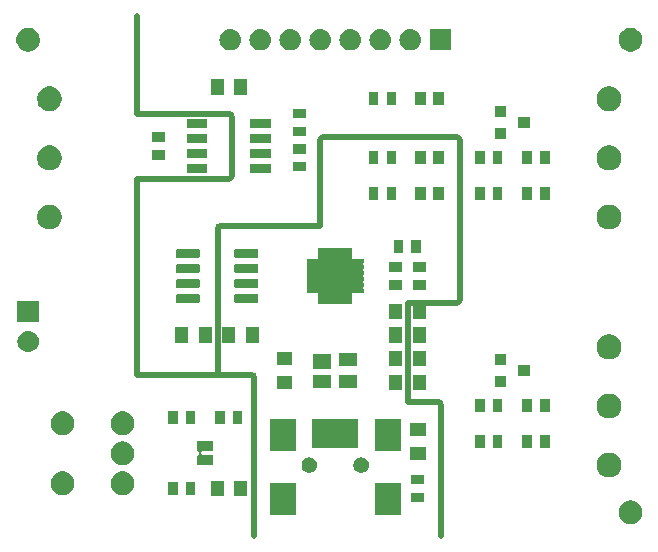
<source format=gts>
G04 #@! TF.GenerationSoftware,KiCad,Pcbnew,5.1.4-e60b266~84~ubuntu18.04.1*
G04 #@! TF.CreationDate,2019-11-14T17:11:49-08:00*
G04 #@! TF.ProjectId,VehicleAccessoryControllerTestBoard,56656869-636c-4654-9163-636573736f72,0.0*
G04 #@! TF.SameCoordinates,PX7829b80PY4c4b400*
G04 #@! TF.FileFunction,Soldermask,Top*
G04 #@! TF.FilePolarity,Negative*
%FSLAX46Y46*%
G04 Gerber Fmt 4.6, Leading zero omitted, Abs format (unit mm)*
G04 Created by KiCad (PCBNEW 5.1.4-e60b266~84~ubuntu18.04.1) date 2019-11-14 17:11:49*
%MOMM*%
%LPD*%
G04 APERTURE LIST*
%ADD10C,0.508000*%
%ADD11C,0.100000*%
G04 APERTURE END LIST*
D10*
X16046000Y-16000000D02*
G75*
G02X16300000Y-15746000I254000J0D01*
G01*
X36554000Y-22000000D02*
G75*
G02X36300000Y-22254000I-254000J0D01*
G01*
X34700000Y-30646000D02*
G75*
G02X34954000Y-30900000I0J-254000D01*
G01*
X18890000Y-28346000D02*
G75*
G02X19144000Y-28600000I0J-254000D01*
G01*
X17254000Y-11500000D02*
G75*
G02X17000000Y-11754000I-254000J0D01*
G01*
X17000000Y-6246000D02*
G75*
G02X17254000Y-6500000I0J-254000D01*
G01*
X36300000Y-8246000D02*
G75*
G02X36554000Y-8500000I0J-254000D01*
G01*
X24746000Y-8500000D02*
G75*
G02X25000000Y-8246000I254000J0D01*
G01*
X34955000Y-30900000D02*
X34955000Y-42000000D01*
X32155000Y-30645000D02*
X34700000Y-30645000D01*
X32155000Y-22250000D02*
X32155000Y-30645000D01*
X36300000Y-22250000D02*
X32155000Y-22250000D01*
X36554000Y-8500000D02*
X36555000Y-22000000D01*
X25000000Y-8245000D02*
X36300000Y-8245000D01*
X24745000Y-15745000D02*
X24745000Y-8500000D01*
X16300000Y-15745000D02*
X24745000Y-15745000D01*
X16045000Y-28345000D02*
X16046000Y-16000000D01*
X19145000Y-28600000D02*
X19145000Y-42000000D01*
X9255000Y-28345000D02*
X18890000Y-28345000D01*
X9255000Y-11755000D02*
X9255000Y-28345000D01*
X17000000Y-11755000D02*
X9255000Y-11755000D01*
X17254000Y-6500000D02*
X17254000Y-11500000D01*
X9255000Y-6245000D02*
X17000000Y-6245000D01*
X9255000Y2000000D02*
X9255000Y-6245000D01*
D11*
G36*
X51227290Y-39025619D02*
G01*
X51291689Y-39038429D01*
X51473678Y-39113811D01*
X51637463Y-39223249D01*
X51776751Y-39362537D01*
X51886189Y-39526322D01*
X51961571Y-39708311D01*
X52000000Y-39901509D01*
X52000000Y-40098491D01*
X51961571Y-40291689D01*
X51886189Y-40473678D01*
X51776751Y-40637463D01*
X51637463Y-40776751D01*
X51473678Y-40886189D01*
X51291689Y-40961571D01*
X51227290Y-40974381D01*
X51098493Y-41000000D01*
X50901507Y-41000000D01*
X50772710Y-40974381D01*
X50708311Y-40961571D01*
X50526322Y-40886189D01*
X50362537Y-40776751D01*
X50223249Y-40637463D01*
X50113811Y-40473678D01*
X50038429Y-40291689D01*
X50000000Y-40098491D01*
X50000000Y-39901509D01*
X50038429Y-39708311D01*
X50113811Y-39526322D01*
X50223249Y-39362537D01*
X50362537Y-39223249D01*
X50526322Y-39113811D01*
X50708311Y-39038429D01*
X50772710Y-39025619D01*
X50901507Y-39000000D01*
X51098493Y-39000000D01*
X51227290Y-39025619D01*
X51227290Y-39025619D01*
G37*
G36*
X31550000Y-40250000D02*
G01*
X29350000Y-40250000D01*
X29350000Y-37550000D01*
X31550000Y-37550000D01*
X31550000Y-40250000D01*
X31550000Y-40250000D01*
G37*
G36*
X22650000Y-40250000D02*
G01*
X20450000Y-40250000D01*
X20450000Y-37550000D01*
X22650000Y-37550000D01*
X22650000Y-40250000D01*
X22650000Y-40250000D01*
G37*
G36*
X33551000Y-39151000D02*
G01*
X32449000Y-39151000D01*
X32449000Y-38349000D01*
X33551000Y-38349000D01*
X33551000Y-39151000D01*
X33551000Y-39151000D01*
G37*
G36*
X16551000Y-38651000D02*
G01*
X15449000Y-38651000D01*
X15449000Y-37349000D01*
X16551000Y-37349000D01*
X16551000Y-38651000D01*
X16551000Y-38651000D01*
G37*
G36*
X18551000Y-38651000D02*
G01*
X17449000Y-38651000D01*
X17449000Y-37349000D01*
X18551000Y-37349000D01*
X18551000Y-38651000D01*
X18551000Y-38651000D01*
G37*
G36*
X14151000Y-38551000D02*
G01*
X13349000Y-38551000D01*
X13349000Y-37449000D01*
X14151000Y-37449000D01*
X14151000Y-38551000D01*
X14151000Y-38551000D01*
G37*
G36*
X12651000Y-38551000D02*
G01*
X11849000Y-38551000D01*
X11849000Y-37449000D01*
X12651000Y-37449000D01*
X12651000Y-38551000D01*
X12651000Y-38551000D01*
G37*
G36*
X8291981Y-36577468D02*
G01*
X8409105Y-36625983D01*
X8469502Y-36651000D01*
X8474151Y-36652926D01*
X8638100Y-36762473D01*
X8777527Y-36901900D01*
X8850165Y-37010611D01*
X8887075Y-37065851D01*
X8962532Y-37248020D01*
X9001000Y-37441409D01*
X9001000Y-37638591D01*
X8962532Y-37831981D01*
X8887074Y-38014151D01*
X8777527Y-38178100D01*
X8638100Y-38317527D01*
X8474151Y-38427074D01*
X8291981Y-38502532D01*
X8195285Y-38521766D01*
X8098591Y-38541000D01*
X7901409Y-38541000D01*
X7804715Y-38521766D01*
X7708019Y-38502532D01*
X7525849Y-38427074D01*
X7361900Y-38317527D01*
X7222473Y-38178100D01*
X7112926Y-38014151D01*
X7037468Y-37831981D01*
X6999000Y-37638591D01*
X6999000Y-37441409D01*
X7037468Y-37248020D01*
X7112925Y-37065851D01*
X7149835Y-37010611D01*
X7222473Y-36901900D01*
X7361900Y-36762473D01*
X7525849Y-36652926D01*
X7530499Y-36651000D01*
X7590895Y-36625983D01*
X7708019Y-36577468D01*
X7901409Y-36539000D01*
X8098591Y-36539000D01*
X8291981Y-36577468D01*
X8291981Y-36577468D01*
G37*
G36*
X3211981Y-36577468D02*
G01*
X3329105Y-36625983D01*
X3389502Y-36651000D01*
X3394151Y-36652926D01*
X3558100Y-36762473D01*
X3697527Y-36901900D01*
X3770165Y-37010611D01*
X3807075Y-37065851D01*
X3882532Y-37248020D01*
X3921000Y-37441409D01*
X3921000Y-37638591D01*
X3882532Y-37831981D01*
X3807074Y-38014151D01*
X3697527Y-38178100D01*
X3558100Y-38317527D01*
X3394151Y-38427074D01*
X3211981Y-38502532D01*
X3115285Y-38521766D01*
X3018591Y-38541000D01*
X2821409Y-38541000D01*
X2724715Y-38521766D01*
X2628019Y-38502532D01*
X2445849Y-38427074D01*
X2281900Y-38317527D01*
X2142473Y-38178100D01*
X2032926Y-38014151D01*
X1957468Y-37831981D01*
X1919000Y-37638591D01*
X1919000Y-37441409D01*
X1957468Y-37248020D01*
X2032925Y-37065851D01*
X2069835Y-37010611D01*
X2142473Y-36901900D01*
X2281900Y-36762473D01*
X2445849Y-36652926D01*
X2450499Y-36651000D01*
X2510895Y-36625983D01*
X2628019Y-36577468D01*
X2821409Y-36539000D01*
X3018591Y-36539000D01*
X3211981Y-36577468D01*
X3211981Y-36577468D01*
G37*
G36*
X33551000Y-37651000D02*
G01*
X32449000Y-37651000D01*
X32449000Y-36849000D01*
X33551000Y-36849000D01*
X33551000Y-37651000D01*
X33551000Y-37651000D01*
G37*
G36*
X49496564Y-34989389D02*
G01*
X49687833Y-35068615D01*
X49687835Y-35068616D01*
X49859973Y-35183635D01*
X50006365Y-35330027D01*
X50102666Y-35474151D01*
X50121385Y-35502167D01*
X50200611Y-35693436D01*
X50241000Y-35896484D01*
X50241000Y-36103516D01*
X50200611Y-36306564D01*
X50199866Y-36308362D01*
X50121384Y-36497835D01*
X50006365Y-36669973D01*
X49859973Y-36816365D01*
X49687835Y-36931384D01*
X49687834Y-36931385D01*
X49687833Y-36931385D01*
X49496564Y-37010611D01*
X49293516Y-37051000D01*
X49086484Y-37051000D01*
X48883436Y-37010611D01*
X48692167Y-36931385D01*
X48692166Y-36931385D01*
X48692165Y-36931384D01*
X48520027Y-36816365D01*
X48373635Y-36669973D01*
X48258616Y-36497835D01*
X48180134Y-36308362D01*
X48179389Y-36306564D01*
X48139000Y-36103516D01*
X48139000Y-35896484D01*
X48179389Y-35693436D01*
X48258615Y-35502167D01*
X48277335Y-35474151D01*
X48373635Y-35330027D01*
X48520027Y-35183635D01*
X48692165Y-35068616D01*
X48692167Y-35068615D01*
X48883436Y-34989389D01*
X49086484Y-34949000D01*
X49293516Y-34949000D01*
X49496564Y-34989389D01*
X49496564Y-34989389D01*
G37*
G36*
X28389890Y-35374017D02*
G01*
X28508364Y-35423091D01*
X28614988Y-35494335D01*
X28705665Y-35585012D01*
X28741137Y-35638099D01*
X28776910Y-35691638D01*
X28825983Y-35810110D01*
X28851000Y-35935881D01*
X28851000Y-36064119D01*
X28825983Y-36189890D01*
X28776909Y-36308364D01*
X28705665Y-36414988D01*
X28614988Y-36505665D01*
X28508364Y-36576909D01*
X28508363Y-36576910D01*
X28508362Y-36576910D01*
X28389890Y-36625983D01*
X28264119Y-36651000D01*
X28135881Y-36651000D01*
X28010110Y-36625983D01*
X27891638Y-36576910D01*
X27891637Y-36576910D01*
X27891636Y-36576909D01*
X27785012Y-36505665D01*
X27694335Y-36414988D01*
X27623091Y-36308364D01*
X27574017Y-36189890D01*
X27549000Y-36064119D01*
X27549000Y-35935881D01*
X27574017Y-35810110D01*
X27623090Y-35691638D01*
X27658864Y-35638099D01*
X27694335Y-35585012D01*
X27785012Y-35494335D01*
X27891636Y-35423091D01*
X28010110Y-35374017D01*
X28135881Y-35349000D01*
X28264119Y-35349000D01*
X28389890Y-35374017D01*
X28389890Y-35374017D01*
G37*
G36*
X23989890Y-35374017D02*
G01*
X24108364Y-35423091D01*
X24214988Y-35494335D01*
X24305665Y-35585012D01*
X24341137Y-35638099D01*
X24376910Y-35691638D01*
X24425983Y-35810110D01*
X24451000Y-35935881D01*
X24451000Y-36064119D01*
X24425983Y-36189890D01*
X24376909Y-36308364D01*
X24305665Y-36414988D01*
X24214988Y-36505665D01*
X24108364Y-36576909D01*
X24108363Y-36576910D01*
X24108362Y-36576910D01*
X23989890Y-36625983D01*
X23864119Y-36651000D01*
X23735881Y-36651000D01*
X23610110Y-36625983D01*
X23491638Y-36576910D01*
X23491637Y-36576910D01*
X23491636Y-36576909D01*
X23385012Y-36505665D01*
X23294335Y-36414988D01*
X23223091Y-36308364D01*
X23174017Y-36189890D01*
X23149000Y-36064119D01*
X23149000Y-35935881D01*
X23174017Y-35810110D01*
X23223090Y-35691638D01*
X23258864Y-35638099D01*
X23294335Y-35585012D01*
X23385012Y-35494335D01*
X23491636Y-35423091D01*
X23610110Y-35374017D01*
X23735881Y-35349000D01*
X23864119Y-35349000D01*
X23989890Y-35374017D01*
X23989890Y-35374017D01*
G37*
G36*
X8195285Y-34018234D02*
G01*
X8291981Y-34037468D01*
X8474151Y-34112926D01*
X8638100Y-34222473D01*
X8777527Y-34361900D01*
X8835725Y-34449000D01*
X8887075Y-34525851D01*
X8962532Y-34708020D01*
X9001000Y-34901409D01*
X9001000Y-35098591D01*
X8996418Y-35121626D01*
X8962532Y-35291981D01*
X8887074Y-35474151D01*
X8777527Y-35638100D01*
X8638100Y-35777527D01*
X8474151Y-35887074D01*
X8474150Y-35887075D01*
X8474149Y-35887075D01*
X8451429Y-35896486D01*
X8291981Y-35962532D01*
X8195285Y-35981766D01*
X8098591Y-36001000D01*
X7901409Y-36001000D01*
X7804715Y-35981766D01*
X7708019Y-35962532D01*
X7548571Y-35896486D01*
X7525851Y-35887075D01*
X7525850Y-35887075D01*
X7525849Y-35887074D01*
X7361900Y-35777527D01*
X7222473Y-35638100D01*
X7112926Y-35474151D01*
X7037468Y-35291981D01*
X7003582Y-35121626D01*
X6999000Y-35098591D01*
X6999000Y-34901409D01*
X7037468Y-34708020D01*
X7112925Y-34525851D01*
X7164275Y-34449000D01*
X7222473Y-34361900D01*
X7361900Y-34222473D01*
X7525849Y-34112926D01*
X7708019Y-34037468D01*
X7804715Y-34018234D01*
X7901409Y-33999000D01*
X8098591Y-33999000D01*
X8195285Y-34018234D01*
X8195285Y-34018234D01*
G37*
G36*
X15690000Y-34850000D02*
G01*
X14763539Y-34850000D01*
X14739153Y-34852402D01*
X14715704Y-34859515D01*
X14694093Y-34871066D01*
X14675151Y-34886611D01*
X14659606Y-34905553D01*
X14648055Y-34927164D01*
X14640942Y-34950613D01*
X14638540Y-34974999D01*
X14640942Y-34999385D01*
X14648055Y-35022834D01*
X14659606Y-35044445D01*
X14668025Y-35054704D01*
X14667717Y-35054957D01*
X14681774Y-35072086D01*
X14688102Y-35083924D01*
X14701716Y-35104299D01*
X14719043Y-35121626D01*
X14739417Y-35135240D01*
X14762056Y-35144617D01*
X14786089Y-35149398D01*
X14798342Y-35150000D01*
X15690000Y-35150000D01*
X15690000Y-36000000D01*
X14720510Y-36000000D01*
X14709387Y-35996626D01*
X14685001Y-35994224D01*
X14653186Y-35998943D01*
X14649805Y-35999276D01*
X14649802Y-35999277D01*
X14640000Y-36000242D01*
X14633859Y-36000847D01*
X14366141Y-36000847D01*
X14350198Y-35999277D01*
X14340775Y-35996419D01*
X14336669Y-35994224D01*
X14332087Y-35991775D01*
X14332086Y-35991774D01*
X14332084Y-35991773D01*
X14324473Y-35985527D01*
X14318227Y-35977916D01*
X14313581Y-35969225D01*
X14310723Y-35959802D01*
X14309153Y-35943859D01*
X14309153Y-35246141D01*
X14310723Y-35230198D01*
X14313581Y-35220775D01*
X14318227Y-35212084D01*
X14328383Y-35199709D01*
X14464046Y-35064046D01*
X14463692Y-35063692D01*
X14473086Y-35054298D01*
X14486700Y-35033924D01*
X14496077Y-35011285D01*
X14500858Y-34987252D01*
X14500858Y-34962747D01*
X14496078Y-34938714D01*
X14486700Y-34916075D01*
X14473087Y-34895701D01*
X14455760Y-34878374D01*
X14435386Y-34864760D01*
X14412747Y-34855383D01*
X14388714Y-34850602D01*
X14376461Y-34850000D01*
X14310000Y-34850000D01*
X14310000Y-34000000D01*
X15690000Y-34000000D01*
X15690000Y-34850000D01*
X15690000Y-34850000D01*
G37*
G36*
X33651000Y-35551000D02*
G01*
X32349000Y-35551000D01*
X32349000Y-34449000D01*
X33651000Y-34449000D01*
X33651000Y-35551000D01*
X33651000Y-35551000D01*
G37*
G36*
X31550000Y-34800000D02*
G01*
X29350000Y-34800000D01*
X29350000Y-32100000D01*
X31550000Y-32100000D01*
X31550000Y-34800000D01*
X31550000Y-34800000D01*
G37*
G36*
X22650000Y-34800000D02*
G01*
X20450000Y-34800000D01*
X20450000Y-32100000D01*
X22650000Y-32100000D01*
X22650000Y-34800000D01*
X22650000Y-34800000D01*
G37*
G36*
X38651000Y-34551000D02*
G01*
X37849000Y-34551000D01*
X37849000Y-33449000D01*
X38651000Y-33449000D01*
X38651000Y-34551000D01*
X38651000Y-34551000D01*
G37*
G36*
X42651000Y-34551000D02*
G01*
X41849000Y-34551000D01*
X41849000Y-33449000D01*
X42651000Y-33449000D01*
X42651000Y-34551000D01*
X42651000Y-34551000D01*
G37*
G36*
X44151000Y-34551000D02*
G01*
X43349000Y-34551000D01*
X43349000Y-33449000D01*
X44151000Y-33449000D01*
X44151000Y-34551000D01*
X44151000Y-34551000D01*
G37*
G36*
X40151000Y-34551000D02*
G01*
X39349000Y-34551000D01*
X39349000Y-33449000D01*
X40151000Y-33449000D01*
X40151000Y-34551000D01*
X40151000Y-34551000D01*
G37*
G36*
X27950000Y-34550000D02*
G01*
X24050000Y-34550000D01*
X24050000Y-32100000D01*
X27950000Y-32100000D01*
X27950000Y-34550000D01*
X27950000Y-34550000D01*
G37*
G36*
X33651000Y-33551000D02*
G01*
X32349000Y-33551000D01*
X32349000Y-32449000D01*
X33651000Y-32449000D01*
X33651000Y-33551000D01*
X33651000Y-33551000D01*
G37*
G36*
X8291981Y-31497468D02*
G01*
X8474151Y-31572926D01*
X8638100Y-31682473D01*
X8777527Y-31821900D01*
X8850682Y-31931385D01*
X8887075Y-31985851D01*
X8897331Y-32010611D01*
X8962532Y-32168019D01*
X9001000Y-32361410D01*
X9001000Y-32558590D01*
X8962532Y-32751981D01*
X8887074Y-32934151D01*
X8777527Y-33098100D01*
X8638100Y-33237527D01*
X8474151Y-33347074D01*
X8291981Y-33422532D01*
X8195285Y-33441766D01*
X8098591Y-33461000D01*
X7901409Y-33461000D01*
X7804715Y-33441766D01*
X7708019Y-33422532D01*
X7525849Y-33347074D01*
X7361900Y-33237527D01*
X7222473Y-33098100D01*
X7112926Y-32934151D01*
X7037468Y-32751981D01*
X6999000Y-32558590D01*
X6999000Y-32361410D01*
X7037468Y-32168019D01*
X7102669Y-32010611D01*
X7112925Y-31985851D01*
X7149318Y-31931385D01*
X7222473Y-31821900D01*
X7361900Y-31682473D01*
X7525849Y-31572926D01*
X7708019Y-31497468D01*
X7901409Y-31459000D01*
X8098591Y-31459000D01*
X8291981Y-31497468D01*
X8291981Y-31497468D01*
G37*
G36*
X3211981Y-31497468D02*
G01*
X3394151Y-31572926D01*
X3558100Y-31682473D01*
X3697527Y-31821900D01*
X3770682Y-31931385D01*
X3807075Y-31985851D01*
X3817331Y-32010611D01*
X3882532Y-32168019D01*
X3921000Y-32361410D01*
X3921000Y-32558590D01*
X3882532Y-32751981D01*
X3807074Y-32934151D01*
X3697527Y-33098100D01*
X3558100Y-33237527D01*
X3394151Y-33347074D01*
X3211981Y-33422532D01*
X3115285Y-33441766D01*
X3018591Y-33461000D01*
X2821409Y-33461000D01*
X2724715Y-33441766D01*
X2628019Y-33422532D01*
X2445849Y-33347074D01*
X2281900Y-33237527D01*
X2142473Y-33098100D01*
X2032926Y-32934151D01*
X1957468Y-32751981D01*
X1919000Y-32558590D01*
X1919000Y-32361410D01*
X1957468Y-32168019D01*
X2022669Y-32010611D01*
X2032925Y-31985851D01*
X2069318Y-31931385D01*
X2142473Y-31821900D01*
X2281900Y-31682473D01*
X2445849Y-31572926D01*
X2628019Y-31497468D01*
X2821409Y-31459000D01*
X3018591Y-31459000D01*
X3211981Y-31497468D01*
X3211981Y-31497468D01*
G37*
G36*
X18151000Y-32551000D02*
G01*
X17349000Y-32551000D01*
X17349000Y-31449000D01*
X18151000Y-31449000D01*
X18151000Y-32551000D01*
X18151000Y-32551000D01*
G37*
G36*
X16651000Y-32551000D02*
G01*
X15849000Y-32551000D01*
X15849000Y-31449000D01*
X16651000Y-31449000D01*
X16651000Y-32551000D01*
X16651000Y-32551000D01*
G37*
G36*
X12651000Y-32551000D02*
G01*
X11849000Y-32551000D01*
X11849000Y-31449000D01*
X12651000Y-31449000D01*
X12651000Y-32551000D01*
X12651000Y-32551000D01*
G37*
G36*
X14151000Y-32551000D02*
G01*
X13349000Y-32551000D01*
X13349000Y-31449000D01*
X14151000Y-31449000D01*
X14151000Y-32551000D01*
X14151000Y-32551000D01*
G37*
G36*
X49496564Y-29989389D02*
G01*
X49687833Y-30068615D01*
X49687835Y-30068616D01*
X49859973Y-30183635D01*
X50006365Y-30330027D01*
X50121385Y-30502167D01*
X50200611Y-30693436D01*
X50241000Y-30896484D01*
X50241000Y-31103516D01*
X50200611Y-31306564D01*
X50141612Y-31449000D01*
X50121384Y-31497835D01*
X50006365Y-31669973D01*
X49859973Y-31816365D01*
X49687835Y-31931384D01*
X49687834Y-31931385D01*
X49687833Y-31931385D01*
X49496564Y-32010611D01*
X49293516Y-32051000D01*
X49086484Y-32051000D01*
X48883436Y-32010611D01*
X48692167Y-31931385D01*
X48692166Y-31931385D01*
X48692165Y-31931384D01*
X48520027Y-31816365D01*
X48373635Y-31669973D01*
X48258616Y-31497835D01*
X48238388Y-31449000D01*
X48179389Y-31306564D01*
X48139000Y-31103516D01*
X48139000Y-30896484D01*
X48179389Y-30693436D01*
X48258615Y-30502167D01*
X48373635Y-30330027D01*
X48520027Y-30183635D01*
X48692165Y-30068616D01*
X48692167Y-30068615D01*
X48883436Y-29989389D01*
X49086484Y-29949000D01*
X49293516Y-29949000D01*
X49496564Y-29989389D01*
X49496564Y-29989389D01*
G37*
G36*
X44151000Y-31551000D02*
G01*
X43349000Y-31551000D01*
X43349000Y-30449000D01*
X44151000Y-30449000D01*
X44151000Y-31551000D01*
X44151000Y-31551000D01*
G37*
G36*
X40151000Y-31551000D02*
G01*
X39349000Y-31551000D01*
X39349000Y-30449000D01*
X40151000Y-30449000D01*
X40151000Y-31551000D01*
X40151000Y-31551000D01*
G37*
G36*
X38651000Y-31551000D02*
G01*
X37849000Y-31551000D01*
X37849000Y-30449000D01*
X38651000Y-30449000D01*
X38651000Y-31551000D01*
X38651000Y-31551000D01*
G37*
G36*
X42651000Y-31551000D02*
G01*
X41849000Y-31551000D01*
X41849000Y-30449000D01*
X42651000Y-30449000D01*
X42651000Y-31551000D01*
X42651000Y-31551000D01*
G37*
G36*
X31651000Y-29651000D02*
G01*
X30549000Y-29651000D01*
X30549000Y-28349000D01*
X31651000Y-28349000D01*
X31651000Y-29651000D01*
X31651000Y-29651000D01*
G37*
G36*
X33651000Y-29651000D02*
G01*
X32549000Y-29651000D01*
X32549000Y-28349000D01*
X33651000Y-28349000D01*
X33651000Y-29651000D01*
X33651000Y-29651000D01*
G37*
G36*
X22351000Y-29551000D02*
G01*
X21049000Y-29551000D01*
X21049000Y-28449000D01*
X22351000Y-28449000D01*
X22351000Y-29551000D01*
X22351000Y-29551000D01*
G37*
G36*
X27851000Y-29501000D02*
G01*
X26349000Y-29501000D01*
X26349000Y-28399000D01*
X27851000Y-28399000D01*
X27851000Y-29501000D01*
X27851000Y-29501000D01*
G37*
G36*
X25651000Y-29501000D02*
G01*
X24149000Y-29501000D01*
X24149000Y-28399000D01*
X25651000Y-28399000D01*
X25651000Y-29501000D01*
X25651000Y-29501000D01*
G37*
G36*
X40501000Y-29401000D02*
G01*
X39499000Y-29401000D01*
X39499000Y-28499000D01*
X40501000Y-28499000D01*
X40501000Y-29401000D01*
X40501000Y-29401000D01*
G37*
G36*
X42501000Y-28451000D02*
G01*
X41499000Y-28451000D01*
X41499000Y-27549000D01*
X42501000Y-27549000D01*
X42501000Y-28451000D01*
X42501000Y-28451000D01*
G37*
G36*
X25651000Y-27881000D02*
G01*
X24149000Y-27881000D01*
X24149000Y-26579000D01*
X25651000Y-26579000D01*
X25651000Y-27881000D01*
X25651000Y-27881000D01*
G37*
G36*
X33651000Y-27651000D02*
G01*
X32549000Y-27651000D01*
X32549000Y-26349000D01*
X33651000Y-26349000D01*
X33651000Y-27651000D01*
X33651000Y-27651000D01*
G37*
G36*
X31651000Y-27651000D02*
G01*
X30549000Y-27651000D01*
X30549000Y-26349000D01*
X31651000Y-26349000D01*
X31651000Y-27651000D01*
X31651000Y-27651000D01*
G37*
G36*
X27851000Y-27601000D02*
G01*
X26349000Y-27601000D01*
X26349000Y-26499000D01*
X27851000Y-26499000D01*
X27851000Y-27601000D01*
X27851000Y-27601000D01*
G37*
G36*
X22351000Y-27551000D02*
G01*
X21049000Y-27551000D01*
X21049000Y-26449000D01*
X22351000Y-26449000D01*
X22351000Y-27551000D01*
X22351000Y-27551000D01*
G37*
G36*
X40501000Y-27501000D02*
G01*
X39499000Y-27501000D01*
X39499000Y-26599000D01*
X40501000Y-26599000D01*
X40501000Y-27501000D01*
X40501000Y-27501000D01*
G37*
G36*
X49496564Y-24989389D02*
G01*
X49687833Y-25068615D01*
X49687835Y-25068616D01*
X49859973Y-25183635D01*
X50006365Y-25330027D01*
X50121385Y-25502167D01*
X50200611Y-25693436D01*
X50241000Y-25896484D01*
X50241000Y-26103516D01*
X50200611Y-26306564D01*
X50171666Y-26376443D01*
X50121384Y-26497835D01*
X50006365Y-26669973D01*
X49859973Y-26816365D01*
X49687835Y-26931384D01*
X49687834Y-26931385D01*
X49687833Y-26931385D01*
X49496564Y-27010611D01*
X49293516Y-27051000D01*
X49086484Y-27051000D01*
X48883436Y-27010611D01*
X48692167Y-26931385D01*
X48692166Y-26931385D01*
X48692165Y-26931384D01*
X48520027Y-26816365D01*
X48373635Y-26669973D01*
X48258616Y-26497835D01*
X48208334Y-26376443D01*
X48179389Y-26306564D01*
X48139000Y-26103516D01*
X48139000Y-25896484D01*
X48179389Y-25693436D01*
X48258615Y-25502167D01*
X48373635Y-25330027D01*
X48520027Y-25183635D01*
X48692165Y-25068616D01*
X48692167Y-25068615D01*
X48883436Y-24989389D01*
X49086484Y-24949000D01*
X49293516Y-24949000D01*
X49496564Y-24989389D01*
X49496564Y-24989389D01*
G37*
G36*
X110442Y-24645518D02*
G01*
X176627Y-24652037D01*
X346466Y-24703557D01*
X502991Y-24787222D01*
X538729Y-24816552D01*
X640186Y-24899814D01*
X713697Y-24989389D01*
X752778Y-25037009D01*
X836443Y-25193534D01*
X887963Y-25363373D01*
X905359Y-25540000D01*
X887963Y-25716627D01*
X836443Y-25886466D01*
X752778Y-26042991D01*
X723448Y-26078729D01*
X640186Y-26180186D01*
X538729Y-26263448D01*
X502991Y-26292778D01*
X346466Y-26376443D01*
X176627Y-26427963D01*
X110443Y-26434481D01*
X44260Y-26441000D01*
X-44260Y-26441000D01*
X-110443Y-26434481D01*
X-176627Y-26427963D01*
X-346466Y-26376443D01*
X-502991Y-26292778D01*
X-538729Y-26263448D01*
X-640186Y-26180186D01*
X-723448Y-26078729D01*
X-752778Y-26042991D01*
X-836443Y-25886466D01*
X-887963Y-25716627D01*
X-905359Y-25540000D01*
X-887963Y-25363373D01*
X-836443Y-25193534D01*
X-752778Y-25037009D01*
X-713697Y-24989389D01*
X-640186Y-24899814D01*
X-538729Y-24816552D01*
X-502991Y-24787222D01*
X-346466Y-24703557D01*
X-176627Y-24652037D01*
X-110443Y-24645519D01*
X-44260Y-24639000D01*
X44260Y-24639000D01*
X110442Y-24645518D01*
X110442Y-24645518D01*
G37*
G36*
X13551000Y-25651000D02*
G01*
X12449000Y-25651000D01*
X12449000Y-24349000D01*
X13551000Y-24349000D01*
X13551000Y-25651000D01*
X13551000Y-25651000D01*
G37*
G36*
X31651000Y-25651000D02*
G01*
X30549000Y-25651000D01*
X30549000Y-24349000D01*
X31651000Y-24349000D01*
X31651000Y-25651000D01*
X31651000Y-25651000D01*
G37*
G36*
X33651000Y-25651000D02*
G01*
X32549000Y-25651000D01*
X32549000Y-24349000D01*
X33651000Y-24349000D01*
X33651000Y-25651000D01*
X33651000Y-25651000D01*
G37*
G36*
X17551000Y-25651000D02*
G01*
X16449000Y-25651000D01*
X16449000Y-24349000D01*
X17551000Y-24349000D01*
X17551000Y-25651000D01*
X17551000Y-25651000D01*
G37*
G36*
X19551000Y-25651000D02*
G01*
X18449000Y-25651000D01*
X18449000Y-24349000D01*
X19551000Y-24349000D01*
X19551000Y-25651000D01*
X19551000Y-25651000D01*
G37*
G36*
X15551000Y-25651000D02*
G01*
X14449000Y-25651000D01*
X14449000Y-24349000D01*
X15551000Y-24349000D01*
X15551000Y-25651000D01*
X15551000Y-25651000D01*
G37*
G36*
X901000Y-23901000D02*
G01*
X-901000Y-23901000D01*
X-901000Y-22099000D01*
X901000Y-22099000D01*
X901000Y-23901000D01*
X901000Y-23901000D01*
G37*
G36*
X31651000Y-23651000D02*
G01*
X30549000Y-23651000D01*
X30549000Y-22349000D01*
X31651000Y-22349000D01*
X31651000Y-23651000D01*
X31651000Y-23651000D01*
G37*
G36*
X33651000Y-23651000D02*
G01*
X32549000Y-23651000D01*
X32549000Y-22349000D01*
X33651000Y-22349000D01*
X33651000Y-23651000D01*
X33651000Y-23651000D01*
G37*
G36*
X24905355Y-17600083D02*
G01*
X24910029Y-17601501D01*
X24914330Y-17603800D01*
X24920702Y-17609029D01*
X24941076Y-17622643D01*
X24963715Y-17632020D01*
X24987749Y-17636800D01*
X25012253Y-17636800D01*
X25036286Y-17632019D01*
X25058925Y-17622642D01*
X25079298Y-17609029D01*
X25085670Y-17603800D01*
X25089971Y-17601501D01*
X25094645Y-17600083D01*
X25105641Y-17599000D01*
X25394359Y-17599000D01*
X25405355Y-17600083D01*
X25410029Y-17601501D01*
X25414330Y-17603800D01*
X25420702Y-17609029D01*
X25441076Y-17622643D01*
X25463715Y-17632020D01*
X25487749Y-17636800D01*
X25512253Y-17636800D01*
X25536286Y-17632019D01*
X25558925Y-17622642D01*
X25579298Y-17609029D01*
X25585670Y-17603800D01*
X25589971Y-17601501D01*
X25594645Y-17600083D01*
X25605641Y-17599000D01*
X25894359Y-17599000D01*
X25905355Y-17600083D01*
X25910029Y-17601501D01*
X25914330Y-17603800D01*
X25920702Y-17609029D01*
X25941076Y-17622643D01*
X25963715Y-17632020D01*
X25987749Y-17636800D01*
X26012253Y-17636800D01*
X26036286Y-17632019D01*
X26058925Y-17622642D01*
X26079298Y-17609029D01*
X26085670Y-17603800D01*
X26089971Y-17601501D01*
X26094645Y-17600083D01*
X26105641Y-17599000D01*
X26394359Y-17599000D01*
X26405355Y-17600083D01*
X26410029Y-17601501D01*
X26414330Y-17603800D01*
X26420702Y-17609029D01*
X26441076Y-17622643D01*
X26463715Y-17632020D01*
X26487749Y-17636800D01*
X26512253Y-17636800D01*
X26536286Y-17632019D01*
X26558925Y-17622642D01*
X26579298Y-17609029D01*
X26585670Y-17603800D01*
X26589971Y-17601501D01*
X26594645Y-17600083D01*
X26605641Y-17599000D01*
X26894359Y-17599000D01*
X26905355Y-17600083D01*
X26910029Y-17601501D01*
X26914330Y-17603800D01*
X26920702Y-17609029D01*
X26941076Y-17622643D01*
X26963715Y-17632020D01*
X26987749Y-17636800D01*
X27012253Y-17636800D01*
X27036286Y-17632019D01*
X27058925Y-17622642D01*
X27079298Y-17609029D01*
X27085670Y-17603800D01*
X27089971Y-17601501D01*
X27094645Y-17600083D01*
X27105641Y-17599000D01*
X27394359Y-17599000D01*
X27405355Y-17600083D01*
X27410029Y-17601501D01*
X27414331Y-17603800D01*
X27418104Y-17606896D01*
X27421200Y-17610669D01*
X27423499Y-17614971D01*
X27424917Y-17619645D01*
X27426000Y-17630641D01*
X27426000Y-18449001D01*
X27428402Y-18473387D01*
X27435515Y-18496836D01*
X27447066Y-18518447D01*
X27462611Y-18537389D01*
X27481553Y-18552934D01*
X27503164Y-18564485D01*
X27526613Y-18571598D01*
X27550999Y-18574000D01*
X28369359Y-18574000D01*
X28380355Y-18575083D01*
X28385029Y-18576501D01*
X28389331Y-18578800D01*
X28393104Y-18581896D01*
X28396200Y-18585669D01*
X28398499Y-18589971D01*
X28399917Y-18594645D01*
X28401000Y-18605641D01*
X28401000Y-18894359D01*
X28399917Y-18905355D01*
X28398499Y-18910029D01*
X28396200Y-18914330D01*
X28390971Y-18920702D01*
X28377357Y-18941076D01*
X28367980Y-18963715D01*
X28363200Y-18987749D01*
X28363200Y-19012253D01*
X28367981Y-19036286D01*
X28377358Y-19058925D01*
X28390971Y-19079298D01*
X28396200Y-19085670D01*
X28398499Y-19089971D01*
X28399917Y-19094645D01*
X28401000Y-19105641D01*
X28401000Y-19394359D01*
X28399917Y-19405355D01*
X28398499Y-19410029D01*
X28396200Y-19414330D01*
X28390971Y-19420702D01*
X28377357Y-19441076D01*
X28367980Y-19463715D01*
X28363200Y-19487749D01*
X28363200Y-19512253D01*
X28367981Y-19536286D01*
X28377358Y-19558925D01*
X28390971Y-19579298D01*
X28396200Y-19585670D01*
X28398499Y-19589971D01*
X28399917Y-19594645D01*
X28401000Y-19605641D01*
X28401000Y-19894359D01*
X28399917Y-19905355D01*
X28398499Y-19910029D01*
X28396200Y-19914330D01*
X28390971Y-19920702D01*
X28377357Y-19941076D01*
X28367980Y-19963715D01*
X28363200Y-19987749D01*
X28363200Y-20012253D01*
X28367981Y-20036286D01*
X28377358Y-20058925D01*
X28390971Y-20079298D01*
X28396200Y-20085670D01*
X28398499Y-20089971D01*
X28399917Y-20094645D01*
X28401000Y-20105641D01*
X28401000Y-20394359D01*
X28399917Y-20405355D01*
X28398499Y-20410029D01*
X28396200Y-20414330D01*
X28390971Y-20420702D01*
X28377357Y-20441076D01*
X28367980Y-20463715D01*
X28363200Y-20487749D01*
X28363200Y-20512253D01*
X28367981Y-20536286D01*
X28377358Y-20558925D01*
X28390971Y-20579298D01*
X28396200Y-20585670D01*
X28398499Y-20589971D01*
X28399917Y-20594645D01*
X28401000Y-20605641D01*
X28401000Y-20894359D01*
X28399917Y-20905355D01*
X28398499Y-20910029D01*
X28396200Y-20914330D01*
X28390971Y-20920702D01*
X28377357Y-20941076D01*
X28367980Y-20963715D01*
X28363200Y-20987749D01*
X28363200Y-21012253D01*
X28367981Y-21036286D01*
X28377358Y-21058925D01*
X28390971Y-21079298D01*
X28396200Y-21085670D01*
X28398499Y-21089971D01*
X28399917Y-21094645D01*
X28401000Y-21105641D01*
X28401000Y-21394359D01*
X28399917Y-21405355D01*
X28398499Y-21410029D01*
X28396200Y-21414331D01*
X28393104Y-21418104D01*
X28389331Y-21421200D01*
X28385029Y-21423499D01*
X28380355Y-21424917D01*
X28369359Y-21426000D01*
X27550999Y-21426000D01*
X27526613Y-21428402D01*
X27503164Y-21435515D01*
X27481553Y-21447066D01*
X27462611Y-21462611D01*
X27447066Y-21481553D01*
X27435515Y-21503164D01*
X27428402Y-21526613D01*
X27426000Y-21550999D01*
X27426000Y-22369359D01*
X27424917Y-22380355D01*
X27423499Y-22385029D01*
X27421200Y-22389331D01*
X27418104Y-22393104D01*
X27414331Y-22396200D01*
X27410029Y-22398499D01*
X27405355Y-22399917D01*
X27394359Y-22401000D01*
X27105641Y-22401000D01*
X27094645Y-22399917D01*
X27089971Y-22398499D01*
X27085670Y-22396200D01*
X27079298Y-22390971D01*
X27058924Y-22377357D01*
X27036285Y-22367980D01*
X27012251Y-22363200D01*
X26987747Y-22363200D01*
X26963714Y-22367981D01*
X26941075Y-22377358D01*
X26920702Y-22390971D01*
X26914330Y-22396200D01*
X26910029Y-22398499D01*
X26905355Y-22399917D01*
X26894359Y-22401000D01*
X26605641Y-22401000D01*
X26594645Y-22399917D01*
X26589971Y-22398499D01*
X26585670Y-22396200D01*
X26579298Y-22390971D01*
X26558924Y-22377357D01*
X26536285Y-22367980D01*
X26512251Y-22363200D01*
X26487747Y-22363200D01*
X26463714Y-22367981D01*
X26441075Y-22377358D01*
X26420702Y-22390971D01*
X26414330Y-22396200D01*
X26410029Y-22398499D01*
X26405355Y-22399917D01*
X26394359Y-22401000D01*
X26105641Y-22401000D01*
X26094645Y-22399917D01*
X26089971Y-22398499D01*
X26085670Y-22396200D01*
X26079298Y-22390971D01*
X26058924Y-22377357D01*
X26036285Y-22367980D01*
X26012251Y-22363200D01*
X25987747Y-22363200D01*
X25963714Y-22367981D01*
X25941075Y-22377358D01*
X25920702Y-22390971D01*
X25914330Y-22396200D01*
X25910029Y-22398499D01*
X25905355Y-22399917D01*
X25894359Y-22401000D01*
X25605641Y-22401000D01*
X25594645Y-22399917D01*
X25589971Y-22398499D01*
X25585670Y-22396200D01*
X25579298Y-22390971D01*
X25558924Y-22377357D01*
X25536285Y-22367980D01*
X25512251Y-22363200D01*
X25487747Y-22363200D01*
X25463714Y-22367981D01*
X25441075Y-22377358D01*
X25420702Y-22390971D01*
X25414330Y-22396200D01*
X25410029Y-22398499D01*
X25405355Y-22399917D01*
X25394359Y-22401000D01*
X25105641Y-22401000D01*
X25094645Y-22399917D01*
X25089971Y-22398499D01*
X25085670Y-22396200D01*
X25079298Y-22390971D01*
X25058924Y-22377357D01*
X25036285Y-22367980D01*
X25012251Y-22363200D01*
X24987747Y-22363200D01*
X24963714Y-22367981D01*
X24941075Y-22377358D01*
X24920702Y-22390971D01*
X24914330Y-22396200D01*
X24910029Y-22398499D01*
X24905355Y-22399917D01*
X24894359Y-22401000D01*
X24605641Y-22401000D01*
X24594645Y-22399917D01*
X24589971Y-22398499D01*
X24585669Y-22396200D01*
X24581896Y-22393104D01*
X24578800Y-22389331D01*
X24576501Y-22385029D01*
X24575083Y-22380355D01*
X24574000Y-22369359D01*
X24574000Y-21550999D01*
X24571598Y-21526613D01*
X24564485Y-21503164D01*
X24552934Y-21481553D01*
X24537389Y-21462611D01*
X24518447Y-21447066D01*
X24496836Y-21435515D01*
X24473387Y-21428402D01*
X24449001Y-21426000D01*
X23630641Y-21426000D01*
X23619645Y-21424917D01*
X23614971Y-21423499D01*
X23610669Y-21421200D01*
X23606896Y-21418104D01*
X23603800Y-21414331D01*
X23601501Y-21410029D01*
X23600083Y-21405355D01*
X23599000Y-21394359D01*
X23599000Y-21105641D01*
X23600083Y-21094645D01*
X23601501Y-21089971D01*
X23603800Y-21085670D01*
X23609029Y-21079298D01*
X23622643Y-21058924D01*
X23632020Y-21036285D01*
X23636800Y-21012251D01*
X23636800Y-20987747D01*
X23632019Y-20963714D01*
X23622642Y-20941075D01*
X23609029Y-20920702D01*
X23603800Y-20914330D01*
X23601501Y-20910029D01*
X23600083Y-20905355D01*
X23599000Y-20894359D01*
X23599000Y-20605641D01*
X23600083Y-20594645D01*
X23601501Y-20589971D01*
X23603800Y-20585670D01*
X23609029Y-20579298D01*
X23622643Y-20558924D01*
X23632020Y-20536285D01*
X23636800Y-20512251D01*
X23636800Y-20487747D01*
X23632019Y-20463714D01*
X23622642Y-20441075D01*
X23609029Y-20420702D01*
X23603800Y-20414330D01*
X23601501Y-20410029D01*
X23600083Y-20405355D01*
X23599000Y-20394359D01*
X23599000Y-20105641D01*
X23600083Y-20094645D01*
X23601501Y-20089971D01*
X23603800Y-20085670D01*
X23609029Y-20079298D01*
X23622643Y-20058924D01*
X23632020Y-20036285D01*
X23636800Y-20012251D01*
X23636800Y-19987747D01*
X23632019Y-19963714D01*
X23622642Y-19941075D01*
X23609029Y-19920702D01*
X23603800Y-19914330D01*
X23601501Y-19910029D01*
X23600083Y-19905355D01*
X23599000Y-19894359D01*
X23599000Y-19605641D01*
X23600083Y-19594645D01*
X23601501Y-19589971D01*
X23603800Y-19585670D01*
X23609029Y-19579298D01*
X23622643Y-19558924D01*
X23632020Y-19536285D01*
X23636800Y-19512251D01*
X23636800Y-19487747D01*
X23632019Y-19463714D01*
X23622642Y-19441075D01*
X23609029Y-19420702D01*
X23603800Y-19414330D01*
X23601501Y-19410029D01*
X23600083Y-19405355D01*
X23599000Y-19394359D01*
X23599000Y-19105641D01*
X23600083Y-19094645D01*
X23601501Y-19089971D01*
X23603800Y-19085670D01*
X23609029Y-19079298D01*
X23622643Y-19058924D01*
X23632020Y-19036285D01*
X23636800Y-19012251D01*
X23636800Y-18987747D01*
X23632019Y-18963714D01*
X23622642Y-18941075D01*
X23609029Y-18920702D01*
X23603800Y-18914330D01*
X23601501Y-18910029D01*
X23600083Y-18905355D01*
X23599000Y-18894359D01*
X23599000Y-18605641D01*
X23600083Y-18594645D01*
X23601501Y-18589971D01*
X23603800Y-18585669D01*
X23606896Y-18581896D01*
X23610669Y-18578800D01*
X23614971Y-18576501D01*
X23619645Y-18575083D01*
X23630641Y-18574000D01*
X24449001Y-18574000D01*
X24473387Y-18571598D01*
X24496836Y-18564485D01*
X24518447Y-18552934D01*
X24537389Y-18537389D01*
X24552934Y-18518447D01*
X24564485Y-18496836D01*
X24571598Y-18473387D01*
X24574000Y-18449001D01*
X24574000Y-17630641D01*
X24575083Y-17619645D01*
X24576501Y-17614971D01*
X24578800Y-17610669D01*
X24581896Y-17606896D01*
X24585669Y-17603800D01*
X24589971Y-17601501D01*
X24594645Y-17600083D01*
X24605641Y-17599000D01*
X24894359Y-17599000D01*
X24905355Y-17600083D01*
X24905355Y-17600083D01*
G37*
G36*
X14459928Y-21556764D02*
G01*
X14481009Y-21563160D01*
X14500445Y-21573548D01*
X14517476Y-21587524D01*
X14531452Y-21604555D01*
X14541840Y-21623991D01*
X14548236Y-21645072D01*
X14551000Y-21673140D01*
X14551000Y-22136860D01*
X14548236Y-22164928D01*
X14541840Y-22186009D01*
X14531452Y-22205445D01*
X14517476Y-22222476D01*
X14500445Y-22236452D01*
X14481009Y-22246840D01*
X14459928Y-22253236D01*
X14431860Y-22256000D01*
X12618140Y-22256000D01*
X12590072Y-22253236D01*
X12568991Y-22246840D01*
X12549555Y-22236452D01*
X12532524Y-22222476D01*
X12518548Y-22205445D01*
X12508160Y-22186009D01*
X12501764Y-22164928D01*
X12499000Y-22136860D01*
X12499000Y-21673140D01*
X12501764Y-21645072D01*
X12508160Y-21623991D01*
X12518548Y-21604555D01*
X12532524Y-21587524D01*
X12549555Y-21573548D01*
X12568991Y-21563160D01*
X12590072Y-21556764D01*
X12618140Y-21554000D01*
X14431860Y-21554000D01*
X14459928Y-21556764D01*
X14459928Y-21556764D01*
G37*
G36*
X19409928Y-21556764D02*
G01*
X19431009Y-21563160D01*
X19450445Y-21573548D01*
X19467476Y-21587524D01*
X19481452Y-21604555D01*
X19491840Y-21623991D01*
X19498236Y-21645072D01*
X19501000Y-21673140D01*
X19501000Y-22136860D01*
X19498236Y-22164928D01*
X19491840Y-22186009D01*
X19481452Y-22205445D01*
X19467476Y-22222476D01*
X19450445Y-22236452D01*
X19431009Y-22246840D01*
X19409928Y-22253236D01*
X19381860Y-22256000D01*
X17568140Y-22256000D01*
X17540072Y-22253236D01*
X17518991Y-22246840D01*
X17499555Y-22236452D01*
X17482524Y-22222476D01*
X17468548Y-22205445D01*
X17458160Y-22186009D01*
X17451764Y-22164928D01*
X17449000Y-22136860D01*
X17449000Y-21673140D01*
X17451764Y-21645072D01*
X17458160Y-21623991D01*
X17468548Y-21604555D01*
X17482524Y-21587524D01*
X17499555Y-21573548D01*
X17518991Y-21563160D01*
X17540072Y-21556764D01*
X17568140Y-21554000D01*
X19381860Y-21554000D01*
X19409928Y-21556764D01*
X19409928Y-21556764D01*
G37*
G36*
X31651000Y-21151000D02*
G01*
X30549000Y-21151000D01*
X30549000Y-20349000D01*
X31651000Y-20349000D01*
X31651000Y-21151000D01*
X31651000Y-21151000D01*
G37*
G36*
X33651000Y-21151000D02*
G01*
X32549000Y-21151000D01*
X32549000Y-20349000D01*
X33651000Y-20349000D01*
X33651000Y-21151000D01*
X33651000Y-21151000D01*
G37*
G36*
X14459928Y-20286764D02*
G01*
X14481009Y-20293160D01*
X14500445Y-20303548D01*
X14517476Y-20317524D01*
X14531452Y-20334555D01*
X14541840Y-20353991D01*
X14548236Y-20375072D01*
X14551000Y-20403140D01*
X14551000Y-20866860D01*
X14548236Y-20894928D01*
X14541840Y-20916009D01*
X14531452Y-20935445D01*
X14517476Y-20952476D01*
X14500445Y-20966452D01*
X14481009Y-20976840D01*
X14459928Y-20983236D01*
X14431860Y-20986000D01*
X12618140Y-20986000D01*
X12590072Y-20983236D01*
X12568991Y-20976840D01*
X12549555Y-20966452D01*
X12532524Y-20952476D01*
X12518548Y-20935445D01*
X12508160Y-20916009D01*
X12501764Y-20894928D01*
X12499000Y-20866860D01*
X12499000Y-20403140D01*
X12501764Y-20375072D01*
X12508160Y-20353991D01*
X12518548Y-20334555D01*
X12532524Y-20317524D01*
X12549555Y-20303548D01*
X12568991Y-20293160D01*
X12590072Y-20286764D01*
X12618140Y-20284000D01*
X14431860Y-20284000D01*
X14459928Y-20286764D01*
X14459928Y-20286764D01*
G37*
G36*
X19409928Y-20286764D02*
G01*
X19431009Y-20293160D01*
X19450445Y-20303548D01*
X19467476Y-20317524D01*
X19481452Y-20334555D01*
X19491840Y-20353991D01*
X19498236Y-20375072D01*
X19501000Y-20403140D01*
X19501000Y-20866860D01*
X19498236Y-20894928D01*
X19491840Y-20916009D01*
X19481452Y-20935445D01*
X19467476Y-20952476D01*
X19450445Y-20966452D01*
X19431009Y-20976840D01*
X19409928Y-20983236D01*
X19381860Y-20986000D01*
X17568140Y-20986000D01*
X17540072Y-20983236D01*
X17518991Y-20976840D01*
X17499555Y-20966452D01*
X17482524Y-20952476D01*
X17468548Y-20935445D01*
X17458160Y-20916009D01*
X17451764Y-20894928D01*
X17449000Y-20866860D01*
X17449000Y-20403140D01*
X17451764Y-20375072D01*
X17458160Y-20353991D01*
X17468548Y-20334555D01*
X17482524Y-20317524D01*
X17499555Y-20303548D01*
X17518991Y-20293160D01*
X17540072Y-20286764D01*
X17568140Y-20284000D01*
X19381860Y-20284000D01*
X19409928Y-20286764D01*
X19409928Y-20286764D01*
G37*
G36*
X14459928Y-19016764D02*
G01*
X14481009Y-19023160D01*
X14500445Y-19033548D01*
X14517476Y-19047524D01*
X14531452Y-19064555D01*
X14541840Y-19083991D01*
X14548236Y-19105072D01*
X14551000Y-19133140D01*
X14551000Y-19596860D01*
X14548236Y-19624928D01*
X14541840Y-19646009D01*
X14531452Y-19665445D01*
X14517476Y-19682476D01*
X14500445Y-19696452D01*
X14481009Y-19706840D01*
X14459928Y-19713236D01*
X14431860Y-19716000D01*
X12618140Y-19716000D01*
X12590072Y-19713236D01*
X12568991Y-19706840D01*
X12549555Y-19696452D01*
X12532524Y-19682476D01*
X12518548Y-19665445D01*
X12508160Y-19646009D01*
X12501764Y-19624928D01*
X12499000Y-19596860D01*
X12499000Y-19133140D01*
X12501764Y-19105072D01*
X12508160Y-19083991D01*
X12518548Y-19064555D01*
X12532524Y-19047524D01*
X12549555Y-19033548D01*
X12568991Y-19023160D01*
X12590072Y-19016764D01*
X12618140Y-19014000D01*
X14431860Y-19014000D01*
X14459928Y-19016764D01*
X14459928Y-19016764D01*
G37*
G36*
X19409928Y-19016764D02*
G01*
X19431009Y-19023160D01*
X19450445Y-19033548D01*
X19467476Y-19047524D01*
X19481452Y-19064555D01*
X19491840Y-19083991D01*
X19498236Y-19105072D01*
X19501000Y-19133140D01*
X19501000Y-19596860D01*
X19498236Y-19624928D01*
X19491840Y-19646009D01*
X19481452Y-19665445D01*
X19467476Y-19682476D01*
X19450445Y-19696452D01*
X19431009Y-19706840D01*
X19409928Y-19713236D01*
X19381860Y-19716000D01*
X17568140Y-19716000D01*
X17540072Y-19713236D01*
X17518991Y-19706840D01*
X17499555Y-19696452D01*
X17482524Y-19682476D01*
X17468548Y-19665445D01*
X17458160Y-19646009D01*
X17451764Y-19624928D01*
X17449000Y-19596860D01*
X17449000Y-19133140D01*
X17451764Y-19105072D01*
X17458160Y-19083991D01*
X17468548Y-19064555D01*
X17482524Y-19047524D01*
X17499555Y-19033548D01*
X17518991Y-19023160D01*
X17540072Y-19016764D01*
X17568140Y-19014000D01*
X19381860Y-19014000D01*
X19409928Y-19016764D01*
X19409928Y-19016764D01*
G37*
G36*
X33651000Y-19651000D02*
G01*
X32549000Y-19651000D01*
X32549000Y-18849000D01*
X33651000Y-18849000D01*
X33651000Y-19651000D01*
X33651000Y-19651000D01*
G37*
G36*
X31651000Y-19651000D02*
G01*
X30549000Y-19651000D01*
X30549000Y-18849000D01*
X31651000Y-18849000D01*
X31651000Y-19651000D01*
X31651000Y-19651000D01*
G37*
G36*
X14459928Y-17746764D02*
G01*
X14481009Y-17753160D01*
X14500445Y-17763548D01*
X14517476Y-17777524D01*
X14531452Y-17794555D01*
X14541840Y-17813991D01*
X14548236Y-17835072D01*
X14551000Y-17863140D01*
X14551000Y-18326860D01*
X14548236Y-18354928D01*
X14541840Y-18376009D01*
X14531452Y-18395445D01*
X14517476Y-18412476D01*
X14500445Y-18426452D01*
X14481009Y-18436840D01*
X14459928Y-18443236D01*
X14431860Y-18446000D01*
X12618140Y-18446000D01*
X12590072Y-18443236D01*
X12568991Y-18436840D01*
X12549555Y-18426452D01*
X12532524Y-18412476D01*
X12518548Y-18395445D01*
X12508160Y-18376009D01*
X12501764Y-18354928D01*
X12499000Y-18326860D01*
X12499000Y-17863140D01*
X12501764Y-17835072D01*
X12508160Y-17813991D01*
X12518548Y-17794555D01*
X12532524Y-17777524D01*
X12549555Y-17763548D01*
X12568991Y-17753160D01*
X12590072Y-17746764D01*
X12618140Y-17744000D01*
X14431860Y-17744000D01*
X14459928Y-17746764D01*
X14459928Y-17746764D01*
G37*
G36*
X19409928Y-17746764D02*
G01*
X19431009Y-17753160D01*
X19450445Y-17763548D01*
X19467476Y-17777524D01*
X19481452Y-17794555D01*
X19491840Y-17813991D01*
X19498236Y-17835072D01*
X19501000Y-17863140D01*
X19501000Y-18326860D01*
X19498236Y-18354928D01*
X19491840Y-18376009D01*
X19481452Y-18395445D01*
X19467476Y-18412476D01*
X19450445Y-18426452D01*
X19431009Y-18436840D01*
X19409928Y-18443236D01*
X19381860Y-18446000D01*
X17568140Y-18446000D01*
X17540072Y-18443236D01*
X17518991Y-18436840D01*
X17499555Y-18426452D01*
X17482524Y-18412476D01*
X17468548Y-18395445D01*
X17458160Y-18376009D01*
X17451764Y-18354928D01*
X17449000Y-18326860D01*
X17449000Y-17863140D01*
X17451764Y-17835072D01*
X17458160Y-17813991D01*
X17468548Y-17794555D01*
X17482524Y-17777524D01*
X17499555Y-17763548D01*
X17518991Y-17753160D01*
X17540072Y-17746764D01*
X17568140Y-17744000D01*
X19381860Y-17744000D01*
X19409928Y-17746764D01*
X19409928Y-17746764D01*
G37*
G36*
X33251000Y-18051000D02*
G01*
X32449000Y-18051000D01*
X32449000Y-16949000D01*
X33251000Y-16949000D01*
X33251000Y-18051000D01*
X33251000Y-18051000D01*
G37*
G36*
X31751000Y-18051000D02*
G01*
X30949000Y-18051000D01*
X30949000Y-16949000D01*
X31751000Y-16949000D01*
X31751000Y-18051000D01*
X31751000Y-18051000D01*
G37*
G36*
X2116564Y-13989389D02*
G01*
X2307833Y-14068615D01*
X2307835Y-14068616D01*
X2479973Y-14183635D01*
X2626365Y-14330027D01*
X2741385Y-14502167D01*
X2820611Y-14693436D01*
X2861000Y-14896484D01*
X2861000Y-15103516D01*
X2820611Y-15306564D01*
X2741385Y-15497833D01*
X2741384Y-15497835D01*
X2626365Y-15669973D01*
X2479973Y-15816365D01*
X2307835Y-15931384D01*
X2307834Y-15931385D01*
X2307833Y-15931385D01*
X2116564Y-16010611D01*
X1913516Y-16051000D01*
X1706484Y-16051000D01*
X1503436Y-16010611D01*
X1312167Y-15931385D01*
X1312166Y-15931385D01*
X1312165Y-15931384D01*
X1140027Y-15816365D01*
X993635Y-15669973D01*
X878616Y-15497835D01*
X878615Y-15497833D01*
X799389Y-15306564D01*
X759000Y-15103516D01*
X759000Y-14896484D01*
X799389Y-14693436D01*
X878615Y-14502167D01*
X993635Y-14330027D01*
X1140027Y-14183635D01*
X1312165Y-14068616D01*
X1312167Y-14068615D01*
X1503436Y-13989389D01*
X1706484Y-13949000D01*
X1913516Y-13949000D01*
X2116564Y-13989389D01*
X2116564Y-13989389D01*
G37*
G36*
X49496564Y-13989389D02*
G01*
X49687833Y-14068615D01*
X49687835Y-14068616D01*
X49859973Y-14183635D01*
X50006365Y-14330027D01*
X50121385Y-14502167D01*
X50200611Y-14693436D01*
X50241000Y-14896484D01*
X50241000Y-15103516D01*
X50200611Y-15306564D01*
X50121385Y-15497833D01*
X50121384Y-15497835D01*
X50006365Y-15669973D01*
X49859973Y-15816365D01*
X49687835Y-15931384D01*
X49687834Y-15931385D01*
X49687833Y-15931385D01*
X49496564Y-16010611D01*
X49293516Y-16051000D01*
X49086484Y-16051000D01*
X48883436Y-16010611D01*
X48692167Y-15931385D01*
X48692166Y-15931385D01*
X48692165Y-15931384D01*
X48520027Y-15816365D01*
X48373635Y-15669973D01*
X48258616Y-15497835D01*
X48258615Y-15497833D01*
X48179389Y-15306564D01*
X48139000Y-15103516D01*
X48139000Y-14896484D01*
X48179389Y-14693436D01*
X48258615Y-14502167D01*
X48373635Y-14330027D01*
X48520027Y-14183635D01*
X48692165Y-14068616D01*
X48692167Y-14068615D01*
X48883436Y-13989389D01*
X49086484Y-13949000D01*
X49293516Y-13949000D01*
X49496564Y-13989389D01*
X49496564Y-13989389D01*
G37*
G36*
X38651000Y-13551000D02*
G01*
X37849000Y-13551000D01*
X37849000Y-12449000D01*
X38651000Y-12449000D01*
X38651000Y-13551000D01*
X38651000Y-13551000D01*
G37*
G36*
X40151000Y-13551000D02*
G01*
X39349000Y-13551000D01*
X39349000Y-12449000D01*
X40151000Y-12449000D01*
X40151000Y-13551000D01*
X40151000Y-13551000D01*
G37*
G36*
X44151000Y-13551000D02*
G01*
X43349000Y-13551000D01*
X43349000Y-12449000D01*
X44151000Y-12449000D01*
X44151000Y-13551000D01*
X44151000Y-13551000D01*
G37*
G36*
X42651000Y-13551000D02*
G01*
X41849000Y-13551000D01*
X41849000Y-12449000D01*
X42651000Y-12449000D01*
X42651000Y-13551000D01*
X42651000Y-13551000D01*
G37*
G36*
X29651000Y-13551000D02*
G01*
X28849000Y-13551000D01*
X28849000Y-12449000D01*
X29651000Y-12449000D01*
X29651000Y-13551000D01*
X29651000Y-13551000D01*
G37*
G36*
X31151000Y-13551000D02*
G01*
X30349000Y-13551000D01*
X30349000Y-12449000D01*
X31151000Y-12449000D01*
X31151000Y-13551000D01*
X31151000Y-13551000D01*
G37*
G36*
X33701000Y-13551000D02*
G01*
X32799000Y-13551000D01*
X32799000Y-12449000D01*
X33701000Y-12449000D01*
X33701000Y-13551000D01*
X33701000Y-13551000D01*
G37*
G36*
X35201000Y-13551000D02*
G01*
X34299000Y-13551000D01*
X34299000Y-12449000D01*
X35201000Y-12449000D01*
X35201000Y-13551000D01*
X35201000Y-13551000D01*
G37*
G36*
X20575000Y-11305000D02*
G01*
X18825000Y-11305000D01*
X18825000Y-10505000D01*
X20575000Y-10505000D01*
X20575000Y-11305000D01*
X20575000Y-11305000D01*
G37*
G36*
X15175000Y-11305000D02*
G01*
X13425000Y-11305000D01*
X13425000Y-10505000D01*
X15175000Y-10505000D01*
X15175000Y-11305000D01*
X15175000Y-11305000D01*
G37*
G36*
X23551000Y-11151000D02*
G01*
X22449000Y-11151000D01*
X22449000Y-10349000D01*
X23551000Y-10349000D01*
X23551000Y-11151000D01*
X23551000Y-11151000D01*
G37*
G36*
X49496564Y-8989389D02*
G01*
X49687833Y-9068615D01*
X49687835Y-9068616D01*
X49859973Y-9183635D01*
X50006365Y-9330027D01*
X50121385Y-9502167D01*
X50200611Y-9693436D01*
X50241000Y-9896484D01*
X50241000Y-10103516D01*
X50200611Y-10306564D01*
X50183033Y-10349000D01*
X50121384Y-10497835D01*
X50006365Y-10669973D01*
X49859973Y-10816365D01*
X49687835Y-10931384D01*
X49687834Y-10931385D01*
X49687833Y-10931385D01*
X49496564Y-11010611D01*
X49293516Y-11051000D01*
X49086484Y-11051000D01*
X48883436Y-11010611D01*
X48692167Y-10931385D01*
X48692166Y-10931385D01*
X48692165Y-10931384D01*
X48520027Y-10816365D01*
X48373635Y-10669973D01*
X48258616Y-10497835D01*
X48196967Y-10349000D01*
X48179389Y-10306564D01*
X48139000Y-10103516D01*
X48139000Y-9896484D01*
X48179389Y-9693436D01*
X48258615Y-9502167D01*
X48373635Y-9330027D01*
X48520027Y-9183635D01*
X48692165Y-9068616D01*
X48692167Y-9068615D01*
X48883436Y-8989389D01*
X49086484Y-8949000D01*
X49293516Y-8949000D01*
X49496564Y-8989389D01*
X49496564Y-8989389D01*
G37*
G36*
X2116564Y-8989389D02*
G01*
X2307833Y-9068615D01*
X2307835Y-9068616D01*
X2479973Y-9183635D01*
X2626365Y-9330027D01*
X2741385Y-9502167D01*
X2820611Y-9693436D01*
X2861000Y-9896484D01*
X2861000Y-10103516D01*
X2820611Y-10306564D01*
X2803033Y-10349000D01*
X2741384Y-10497835D01*
X2626365Y-10669973D01*
X2479973Y-10816365D01*
X2307835Y-10931384D01*
X2307834Y-10931385D01*
X2307833Y-10931385D01*
X2116564Y-11010611D01*
X1913516Y-11051000D01*
X1706484Y-11051000D01*
X1503436Y-11010611D01*
X1312167Y-10931385D01*
X1312166Y-10931385D01*
X1312165Y-10931384D01*
X1140027Y-10816365D01*
X993635Y-10669973D01*
X878616Y-10497835D01*
X816967Y-10349000D01*
X799389Y-10306564D01*
X759000Y-10103516D01*
X759000Y-9896484D01*
X799389Y-9693436D01*
X878615Y-9502167D01*
X993635Y-9330027D01*
X1140027Y-9183635D01*
X1312165Y-9068616D01*
X1312167Y-9068615D01*
X1503436Y-8989389D01*
X1706484Y-8949000D01*
X1913516Y-8949000D01*
X2116564Y-8989389D01*
X2116564Y-8989389D01*
G37*
G36*
X31151000Y-10551000D02*
G01*
X30349000Y-10551000D01*
X30349000Y-9449000D01*
X31151000Y-9449000D01*
X31151000Y-10551000D01*
X31151000Y-10551000D01*
G37*
G36*
X29651000Y-10551000D02*
G01*
X28849000Y-10551000D01*
X28849000Y-9449000D01*
X29651000Y-9449000D01*
X29651000Y-10551000D01*
X29651000Y-10551000D01*
G37*
G36*
X44151000Y-10551000D02*
G01*
X43349000Y-10551000D01*
X43349000Y-9449000D01*
X44151000Y-9449000D01*
X44151000Y-10551000D01*
X44151000Y-10551000D01*
G37*
G36*
X33701000Y-10551000D02*
G01*
X32799000Y-10551000D01*
X32799000Y-9449000D01*
X33701000Y-9449000D01*
X33701000Y-10551000D01*
X33701000Y-10551000D01*
G37*
G36*
X35201000Y-10551000D02*
G01*
X34299000Y-10551000D01*
X34299000Y-9449000D01*
X35201000Y-9449000D01*
X35201000Y-10551000D01*
X35201000Y-10551000D01*
G37*
G36*
X38651000Y-10551000D02*
G01*
X37849000Y-10551000D01*
X37849000Y-9449000D01*
X38651000Y-9449000D01*
X38651000Y-10551000D01*
X38651000Y-10551000D01*
G37*
G36*
X40151000Y-10551000D02*
G01*
X39349000Y-10551000D01*
X39349000Y-9449000D01*
X40151000Y-9449000D01*
X40151000Y-10551000D01*
X40151000Y-10551000D01*
G37*
G36*
X42651000Y-10551000D02*
G01*
X41849000Y-10551000D01*
X41849000Y-9449000D01*
X42651000Y-9449000D01*
X42651000Y-10551000D01*
X42651000Y-10551000D01*
G37*
G36*
X11551000Y-10151000D02*
G01*
X10449000Y-10151000D01*
X10449000Y-9349000D01*
X11551000Y-9349000D01*
X11551000Y-10151000D01*
X11551000Y-10151000D01*
G37*
G36*
X15175000Y-10035000D02*
G01*
X13425000Y-10035000D01*
X13425000Y-9235000D01*
X15175000Y-9235000D01*
X15175000Y-10035000D01*
X15175000Y-10035000D01*
G37*
G36*
X20575000Y-10035000D02*
G01*
X18825000Y-10035000D01*
X18825000Y-9235000D01*
X20575000Y-9235000D01*
X20575000Y-10035000D01*
X20575000Y-10035000D01*
G37*
G36*
X23551000Y-9651000D02*
G01*
X22449000Y-9651000D01*
X22449000Y-8849000D01*
X23551000Y-8849000D01*
X23551000Y-9651000D01*
X23551000Y-9651000D01*
G37*
G36*
X15175000Y-8765000D02*
G01*
X13425000Y-8765000D01*
X13425000Y-7965000D01*
X15175000Y-7965000D01*
X15175000Y-8765000D01*
X15175000Y-8765000D01*
G37*
G36*
X20575000Y-8765000D02*
G01*
X18825000Y-8765000D01*
X18825000Y-7965000D01*
X20575000Y-7965000D01*
X20575000Y-8765000D01*
X20575000Y-8765000D01*
G37*
G36*
X11551000Y-8651000D02*
G01*
X10449000Y-8651000D01*
X10449000Y-7849000D01*
X11551000Y-7849000D01*
X11551000Y-8651000D01*
X11551000Y-8651000D01*
G37*
G36*
X40501000Y-8401000D02*
G01*
X39499000Y-8401000D01*
X39499000Y-7499000D01*
X40501000Y-7499000D01*
X40501000Y-8401000D01*
X40501000Y-8401000D01*
G37*
G36*
X23551000Y-8151000D02*
G01*
X22449000Y-8151000D01*
X22449000Y-7349000D01*
X23551000Y-7349000D01*
X23551000Y-8151000D01*
X23551000Y-8151000D01*
G37*
G36*
X20575000Y-7495000D02*
G01*
X18825000Y-7495000D01*
X18825000Y-6695000D01*
X20575000Y-6695000D01*
X20575000Y-7495000D01*
X20575000Y-7495000D01*
G37*
G36*
X15175000Y-7495000D02*
G01*
X13425000Y-7495000D01*
X13425000Y-6695000D01*
X15175000Y-6695000D01*
X15175000Y-7495000D01*
X15175000Y-7495000D01*
G37*
G36*
X42501000Y-7451000D02*
G01*
X41499000Y-7451000D01*
X41499000Y-6549000D01*
X42501000Y-6549000D01*
X42501000Y-7451000D01*
X42501000Y-7451000D01*
G37*
G36*
X23551000Y-6651000D02*
G01*
X22449000Y-6651000D01*
X22449000Y-5849000D01*
X23551000Y-5849000D01*
X23551000Y-6651000D01*
X23551000Y-6651000D01*
G37*
G36*
X40501000Y-6501000D02*
G01*
X39499000Y-6501000D01*
X39499000Y-5599000D01*
X40501000Y-5599000D01*
X40501000Y-6501000D01*
X40501000Y-6501000D01*
G37*
G36*
X49496564Y-3989389D02*
G01*
X49687833Y-4068615D01*
X49687835Y-4068616D01*
X49859973Y-4183635D01*
X50006365Y-4330027D01*
X50121385Y-4502167D01*
X50200611Y-4693436D01*
X50241000Y-4896484D01*
X50241000Y-5103516D01*
X50200611Y-5306564D01*
X50121385Y-5497833D01*
X50121384Y-5497835D01*
X50006365Y-5669973D01*
X49859973Y-5816365D01*
X49687835Y-5931384D01*
X49687834Y-5931385D01*
X49687833Y-5931385D01*
X49496564Y-6010611D01*
X49293516Y-6051000D01*
X49086484Y-6051000D01*
X48883436Y-6010611D01*
X48692167Y-5931385D01*
X48692166Y-5931385D01*
X48692165Y-5931384D01*
X48520027Y-5816365D01*
X48373635Y-5669973D01*
X48258616Y-5497835D01*
X48258615Y-5497833D01*
X48179389Y-5306564D01*
X48139000Y-5103516D01*
X48139000Y-4896484D01*
X48179389Y-4693436D01*
X48258615Y-4502167D01*
X48373635Y-4330027D01*
X48520027Y-4183635D01*
X48692165Y-4068616D01*
X48692167Y-4068615D01*
X48883436Y-3989389D01*
X49086484Y-3949000D01*
X49293516Y-3949000D01*
X49496564Y-3989389D01*
X49496564Y-3989389D01*
G37*
G36*
X2116564Y-3989389D02*
G01*
X2307833Y-4068615D01*
X2307835Y-4068616D01*
X2479973Y-4183635D01*
X2626365Y-4330027D01*
X2741385Y-4502167D01*
X2820611Y-4693436D01*
X2861000Y-4896484D01*
X2861000Y-5103516D01*
X2820611Y-5306564D01*
X2741385Y-5497833D01*
X2741384Y-5497835D01*
X2626365Y-5669973D01*
X2479973Y-5816365D01*
X2307835Y-5931384D01*
X2307834Y-5931385D01*
X2307833Y-5931385D01*
X2116564Y-6010611D01*
X1913516Y-6051000D01*
X1706484Y-6051000D01*
X1503436Y-6010611D01*
X1312167Y-5931385D01*
X1312166Y-5931385D01*
X1312165Y-5931384D01*
X1140027Y-5816365D01*
X993635Y-5669973D01*
X878616Y-5497835D01*
X878615Y-5497833D01*
X799389Y-5306564D01*
X759000Y-5103516D01*
X759000Y-4896484D01*
X799389Y-4693436D01*
X878615Y-4502167D01*
X993635Y-4330027D01*
X1140027Y-4183635D01*
X1312165Y-4068616D01*
X1312167Y-4068615D01*
X1503436Y-3989389D01*
X1706484Y-3949000D01*
X1913516Y-3949000D01*
X2116564Y-3989389D01*
X2116564Y-3989389D01*
G37*
G36*
X29651000Y-5551000D02*
G01*
X28849000Y-5551000D01*
X28849000Y-4449000D01*
X29651000Y-4449000D01*
X29651000Y-5551000D01*
X29651000Y-5551000D01*
G37*
G36*
X35201000Y-5551000D02*
G01*
X34299000Y-5551000D01*
X34299000Y-4449000D01*
X35201000Y-4449000D01*
X35201000Y-5551000D01*
X35201000Y-5551000D01*
G37*
G36*
X33701000Y-5551000D02*
G01*
X32799000Y-5551000D01*
X32799000Y-4449000D01*
X33701000Y-4449000D01*
X33701000Y-5551000D01*
X33701000Y-5551000D01*
G37*
G36*
X31151000Y-5551000D02*
G01*
X30349000Y-5551000D01*
X30349000Y-4449000D01*
X31151000Y-4449000D01*
X31151000Y-5551000D01*
X31151000Y-5551000D01*
G37*
G36*
X18551000Y-4651000D02*
G01*
X17449000Y-4651000D01*
X17449000Y-3349000D01*
X18551000Y-3349000D01*
X18551000Y-4651000D01*
X18551000Y-4651000D01*
G37*
G36*
X16551000Y-4651000D02*
G01*
X15449000Y-4651000D01*
X15449000Y-3349000D01*
X16551000Y-3349000D01*
X16551000Y-4651000D01*
X16551000Y-4651000D01*
G37*
G36*
X227290Y974381D02*
G01*
X291689Y961571D01*
X473678Y886189D01*
X637463Y776751D01*
X776751Y637463D01*
X886189Y473678D01*
X961571Y291689D01*
X961571Y291688D01*
X1000000Y98493D01*
X1000000Y-98493D01*
X984458Y-176627D01*
X961571Y-291689D01*
X886189Y-473678D01*
X776751Y-637463D01*
X637463Y-776751D01*
X473678Y-886189D01*
X291689Y-961571D01*
X227290Y-974381D01*
X98493Y-1000000D01*
X-98493Y-1000000D01*
X-227290Y-974381D01*
X-291689Y-961571D01*
X-473678Y-886189D01*
X-637463Y-776751D01*
X-776751Y-637463D01*
X-886189Y-473678D01*
X-961571Y-291689D01*
X-984458Y-176627D01*
X-1000000Y-98493D01*
X-1000000Y98493D01*
X-961571Y291688D01*
X-961571Y291689D01*
X-886189Y473678D01*
X-776751Y637463D01*
X-637463Y776751D01*
X-473678Y886189D01*
X-291689Y961571D01*
X-227290Y974381D01*
X-98493Y1000000D01*
X98493Y1000000D01*
X227290Y974381D01*
X227290Y974381D01*
G37*
G36*
X51227290Y974381D02*
G01*
X51291689Y961571D01*
X51473678Y886189D01*
X51637463Y776751D01*
X51776751Y637463D01*
X51886189Y473678D01*
X51961571Y291689D01*
X51961571Y291688D01*
X52000000Y98493D01*
X52000000Y-98493D01*
X51984458Y-176627D01*
X51961571Y-291689D01*
X51886189Y-473678D01*
X51776751Y-637463D01*
X51637463Y-776751D01*
X51473678Y-886189D01*
X51291689Y-961571D01*
X51227290Y-974381D01*
X51098493Y-1000000D01*
X50901507Y-1000000D01*
X50772710Y-974381D01*
X50708311Y-961571D01*
X50526322Y-886189D01*
X50362537Y-776751D01*
X50223249Y-637463D01*
X50113811Y-473678D01*
X50038429Y-291689D01*
X50015542Y-176627D01*
X50000000Y-98493D01*
X50000000Y98493D01*
X50038429Y291688D01*
X50038429Y291689D01*
X50113811Y473678D01*
X50223249Y637463D01*
X50362537Y776751D01*
X50526322Y886189D01*
X50708311Y961571D01*
X50772710Y974381D01*
X50901507Y1000000D01*
X51098493Y1000000D01*
X51227290Y974381D01*
X51227290Y974381D01*
G37*
G36*
X22300442Y894482D02*
G01*
X22366627Y887963D01*
X22536466Y836443D01*
X22692991Y752778D01*
X22728729Y723448D01*
X22830186Y640186D01*
X22913448Y538729D01*
X22942778Y502991D01*
X23026443Y346466D01*
X23077963Y176627D01*
X23095359Y0D01*
X23077963Y-176627D01*
X23026443Y-346466D01*
X22942778Y-502991D01*
X22913448Y-538729D01*
X22830186Y-640186D01*
X22728729Y-723448D01*
X22692991Y-752778D01*
X22536466Y-836443D01*
X22366627Y-887963D01*
X22300442Y-894482D01*
X22234260Y-901000D01*
X22145740Y-901000D01*
X22079558Y-894482D01*
X22013373Y-887963D01*
X21843534Y-836443D01*
X21687009Y-752778D01*
X21651271Y-723448D01*
X21549814Y-640186D01*
X21466552Y-538729D01*
X21437222Y-502991D01*
X21353557Y-346466D01*
X21302037Y-176627D01*
X21284641Y0D01*
X21302037Y176627D01*
X21353557Y346466D01*
X21437222Y502991D01*
X21466552Y538729D01*
X21549814Y640186D01*
X21651271Y723448D01*
X21687009Y752778D01*
X21843534Y836443D01*
X22013373Y887963D01*
X22079558Y894482D01*
X22145740Y901000D01*
X22234260Y901000D01*
X22300442Y894482D01*
X22300442Y894482D01*
G37*
G36*
X35791000Y-901000D02*
G01*
X33989000Y-901000D01*
X33989000Y901000D01*
X35791000Y901000D01*
X35791000Y-901000D01*
X35791000Y-901000D01*
G37*
G36*
X32460442Y894482D02*
G01*
X32526627Y887963D01*
X32696466Y836443D01*
X32852991Y752778D01*
X32888729Y723448D01*
X32990186Y640186D01*
X33073448Y538729D01*
X33102778Y502991D01*
X33186443Y346466D01*
X33237963Y176627D01*
X33255359Y0D01*
X33237963Y-176627D01*
X33186443Y-346466D01*
X33102778Y-502991D01*
X33073448Y-538729D01*
X32990186Y-640186D01*
X32888729Y-723448D01*
X32852991Y-752778D01*
X32696466Y-836443D01*
X32526627Y-887963D01*
X32460442Y-894482D01*
X32394260Y-901000D01*
X32305740Y-901000D01*
X32239558Y-894482D01*
X32173373Y-887963D01*
X32003534Y-836443D01*
X31847009Y-752778D01*
X31811271Y-723448D01*
X31709814Y-640186D01*
X31626552Y-538729D01*
X31597222Y-502991D01*
X31513557Y-346466D01*
X31462037Y-176627D01*
X31444641Y0D01*
X31462037Y176627D01*
X31513557Y346466D01*
X31597222Y502991D01*
X31626552Y538729D01*
X31709814Y640186D01*
X31811271Y723448D01*
X31847009Y752778D01*
X32003534Y836443D01*
X32173373Y887963D01*
X32239558Y894482D01*
X32305740Y901000D01*
X32394260Y901000D01*
X32460442Y894482D01*
X32460442Y894482D01*
G37*
G36*
X29920442Y894482D02*
G01*
X29986627Y887963D01*
X30156466Y836443D01*
X30312991Y752778D01*
X30348729Y723448D01*
X30450186Y640186D01*
X30533448Y538729D01*
X30562778Y502991D01*
X30646443Y346466D01*
X30697963Y176627D01*
X30715359Y0D01*
X30697963Y-176627D01*
X30646443Y-346466D01*
X30562778Y-502991D01*
X30533448Y-538729D01*
X30450186Y-640186D01*
X30348729Y-723448D01*
X30312991Y-752778D01*
X30156466Y-836443D01*
X29986627Y-887963D01*
X29920442Y-894482D01*
X29854260Y-901000D01*
X29765740Y-901000D01*
X29699558Y-894482D01*
X29633373Y-887963D01*
X29463534Y-836443D01*
X29307009Y-752778D01*
X29271271Y-723448D01*
X29169814Y-640186D01*
X29086552Y-538729D01*
X29057222Y-502991D01*
X28973557Y-346466D01*
X28922037Y-176627D01*
X28904641Y0D01*
X28922037Y176627D01*
X28973557Y346466D01*
X29057222Y502991D01*
X29086552Y538729D01*
X29169814Y640186D01*
X29271271Y723448D01*
X29307009Y752778D01*
X29463534Y836443D01*
X29633373Y887963D01*
X29699558Y894482D01*
X29765740Y901000D01*
X29854260Y901000D01*
X29920442Y894482D01*
X29920442Y894482D01*
G37*
G36*
X27380442Y894482D02*
G01*
X27446627Y887963D01*
X27616466Y836443D01*
X27772991Y752778D01*
X27808729Y723448D01*
X27910186Y640186D01*
X27993448Y538729D01*
X28022778Y502991D01*
X28106443Y346466D01*
X28157963Y176627D01*
X28175359Y0D01*
X28157963Y-176627D01*
X28106443Y-346466D01*
X28022778Y-502991D01*
X27993448Y-538729D01*
X27910186Y-640186D01*
X27808729Y-723448D01*
X27772991Y-752778D01*
X27616466Y-836443D01*
X27446627Y-887963D01*
X27380442Y-894482D01*
X27314260Y-901000D01*
X27225740Y-901000D01*
X27159558Y-894482D01*
X27093373Y-887963D01*
X26923534Y-836443D01*
X26767009Y-752778D01*
X26731271Y-723448D01*
X26629814Y-640186D01*
X26546552Y-538729D01*
X26517222Y-502991D01*
X26433557Y-346466D01*
X26382037Y-176627D01*
X26364641Y0D01*
X26382037Y176627D01*
X26433557Y346466D01*
X26517222Y502991D01*
X26546552Y538729D01*
X26629814Y640186D01*
X26731271Y723448D01*
X26767009Y752778D01*
X26923534Y836443D01*
X27093373Y887963D01*
X27159558Y894482D01*
X27225740Y901000D01*
X27314260Y901000D01*
X27380442Y894482D01*
X27380442Y894482D01*
G37*
G36*
X24840442Y894482D02*
G01*
X24906627Y887963D01*
X25076466Y836443D01*
X25232991Y752778D01*
X25268729Y723448D01*
X25370186Y640186D01*
X25453448Y538729D01*
X25482778Y502991D01*
X25566443Y346466D01*
X25617963Y176627D01*
X25635359Y0D01*
X25617963Y-176627D01*
X25566443Y-346466D01*
X25482778Y-502991D01*
X25453448Y-538729D01*
X25370186Y-640186D01*
X25268729Y-723448D01*
X25232991Y-752778D01*
X25076466Y-836443D01*
X24906627Y-887963D01*
X24840442Y-894482D01*
X24774260Y-901000D01*
X24685740Y-901000D01*
X24619558Y-894482D01*
X24553373Y-887963D01*
X24383534Y-836443D01*
X24227009Y-752778D01*
X24191271Y-723448D01*
X24089814Y-640186D01*
X24006552Y-538729D01*
X23977222Y-502991D01*
X23893557Y-346466D01*
X23842037Y-176627D01*
X23824641Y0D01*
X23842037Y176627D01*
X23893557Y346466D01*
X23977222Y502991D01*
X24006552Y538729D01*
X24089814Y640186D01*
X24191271Y723448D01*
X24227009Y752778D01*
X24383534Y836443D01*
X24553373Y887963D01*
X24619558Y894482D01*
X24685740Y901000D01*
X24774260Y901000D01*
X24840442Y894482D01*
X24840442Y894482D01*
G37*
G36*
X19760442Y894482D02*
G01*
X19826627Y887963D01*
X19996466Y836443D01*
X20152991Y752778D01*
X20188729Y723448D01*
X20290186Y640186D01*
X20373448Y538729D01*
X20402778Y502991D01*
X20486443Y346466D01*
X20537963Y176627D01*
X20555359Y0D01*
X20537963Y-176627D01*
X20486443Y-346466D01*
X20402778Y-502991D01*
X20373448Y-538729D01*
X20290186Y-640186D01*
X20188729Y-723448D01*
X20152991Y-752778D01*
X19996466Y-836443D01*
X19826627Y-887963D01*
X19760442Y-894482D01*
X19694260Y-901000D01*
X19605740Y-901000D01*
X19539558Y-894482D01*
X19473373Y-887963D01*
X19303534Y-836443D01*
X19147009Y-752778D01*
X19111271Y-723448D01*
X19009814Y-640186D01*
X18926552Y-538729D01*
X18897222Y-502991D01*
X18813557Y-346466D01*
X18762037Y-176627D01*
X18744641Y0D01*
X18762037Y176627D01*
X18813557Y346466D01*
X18897222Y502991D01*
X18926552Y538729D01*
X19009814Y640186D01*
X19111271Y723448D01*
X19147009Y752778D01*
X19303534Y836443D01*
X19473373Y887963D01*
X19539558Y894482D01*
X19605740Y901000D01*
X19694260Y901000D01*
X19760442Y894482D01*
X19760442Y894482D01*
G37*
G36*
X17220442Y894482D02*
G01*
X17286627Y887963D01*
X17456466Y836443D01*
X17612991Y752778D01*
X17648729Y723448D01*
X17750186Y640186D01*
X17833448Y538729D01*
X17862778Y502991D01*
X17946443Y346466D01*
X17997963Y176627D01*
X18015359Y0D01*
X17997963Y-176627D01*
X17946443Y-346466D01*
X17862778Y-502991D01*
X17833448Y-538729D01*
X17750186Y-640186D01*
X17648729Y-723448D01*
X17612991Y-752778D01*
X17456466Y-836443D01*
X17286627Y-887963D01*
X17220442Y-894482D01*
X17154260Y-901000D01*
X17065740Y-901000D01*
X16999558Y-894482D01*
X16933373Y-887963D01*
X16763534Y-836443D01*
X16607009Y-752778D01*
X16571271Y-723448D01*
X16469814Y-640186D01*
X16386552Y-538729D01*
X16357222Y-502991D01*
X16273557Y-346466D01*
X16222037Y-176627D01*
X16204641Y0D01*
X16222037Y176627D01*
X16273557Y346466D01*
X16357222Y502991D01*
X16386552Y538729D01*
X16469814Y640186D01*
X16571271Y723448D01*
X16607009Y752778D01*
X16763534Y836443D01*
X16933373Y887963D01*
X16999558Y894482D01*
X17065740Y901000D01*
X17154260Y901000D01*
X17220442Y894482D01*
X17220442Y894482D01*
G37*
M02*

</source>
